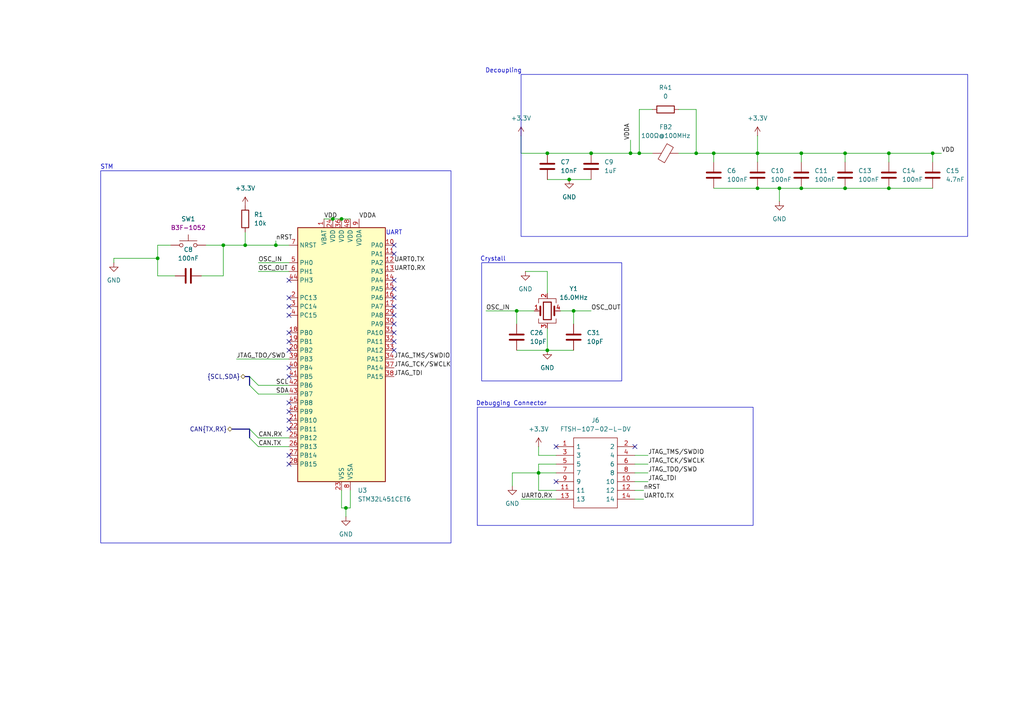
<source format=kicad_sch>
(kicad_sch (version 20250114) (generator "eeschema") (generator_version "9.0")
  (paper "A4")
  (title_block (date "2025-10-21") (company "Giacomo Raggi"))
  (lib_symbols
    (symbol "#dzdb:g_cap/C-100n-0603" (pin_numbers (hide yes)) (pin_names (offset 0.254))
      (property "Reference" "C" (at 0.635 2.54 0))
      (property "Value" "100nF" (at 0.635 -2.54 0))
      (symbol "g_cap/C-100n-0603_0_1"
        (polyline (pts (xy -2.032 0.762) (xy 2.032 0.762)) (stroke (width 0.508)))
        (polyline (pts (xy -2.032 -0.762) (xy 2.032 -0.762)) (stroke (width 0.508)))
      )
      (symbol "g_cap/C-100n-0603_1_1"
        (pin passive line (at 0 3.81 270) (length 2.794) (name "~") (number "1"))
        (pin passive line (at 0 -3.81 90) (length 2.794) (name "~") (number "2"))
      )
    )
    (symbol "#dzdb:g_cap/C-10n-0603" (pin_numbers (hide yes)) (pin_names (offset 0.254))
      (property "Reference" "C" (at 0.635 2.54 0))
      (property "Value" "10nF" (at 0.635 -2.54 0))
      (symbol "g_cap/C-10n-0603_0_1"
        (polyline (pts (xy -2.032 0.762) (xy 2.032 0.762)) (stroke (width 0.508)))
        (polyline (pts (xy -2.032 -0.762) (xy 2.032 -0.762)) (stroke (width 0.508)))
      )
      (symbol "g_cap/C-10n-0603_1_1"
        (pin passive line (at 0 3.81 270) (length 2.794) (name "~") (number "1"))
        (pin passive line (at 0 -3.81 90) (length 2.794) (name "~") (number "2"))
      )
    )
    (symbol "#dzdb:g_cap/C-10p-0603" (pin_numbers (hide yes)) (pin_names (offset 0.254))
      (property "Reference" "C" (at 0.635 2.54 0))
      (property "Value" "10pF" (at 0.635 -2.54 0))
      (symbol "g_cap/C-10p-0603_0_1"
        (polyline (pts (xy -2.032 0.762) (xy 2.032 0.762)) (stroke (width 0.508)))
        (polyline (pts (xy -2.032 -0.762) (xy 2.032 -0.762)) (stroke (width 0.508)))
      )
      (symbol "g_cap/C-10p-0603_1_1"
        (pin passive line (at 0 3.81 270) (length 2.794) (name "~") (number "1"))
        (pin passive line (at 0 -3.81 90) (length 2.794) (name "~") (number "2"))
      )
    )
    (symbol "#dzdb:g_cap/C-1u-0603" (pin_numbers (hide yes)) (pin_names (offset 0.254))
      (property "Reference" "C" (at 0.635 2.54 0))
      (property "Value" "1uF" (at 0.635 -2.54 0))
      (symbol "g_cap/C-1u-0603_0_1"
        (polyline (pts (xy -2.032 0.762) (xy 2.032 0.762)) (stroke (width 0.508)))
        (polyline (pts (xy -2.032 -0.762) (xy 2.032 -0.762)) (stroke (width 0.508)))
      )
      (symbol "g_cap/C-1u-0603_1_1"
        (pin passive line (at 0 3.81 270) (length 2.794) (name "~") (number "1"))
        (pin passive line (at 0 -3.81 90) (length 2.794) (name "~") (number "2"))
      )
    )
    (symbol "#dzdb:g_cap/C-4.7n-0603" (pin_numbers (hide yes)) (pin_names (offset 0.254))
      (property "Reference" "C" (at 0.635 2.54 0))
      (property "Value" "4.7nF" (at 0.635 -2.54 0))
      (symbol "g_cap/C-4.7n-0603_0_1"
        (polyline (pts (xy -2.032 0.762) (xy 2.032 0.762)) (stroke (width 0.508)))
        (polyline (pts (xy -2.032 -0.762) (xy 2.032 -0.762)) (stroke (width 0.508)))
      )
      (symbol "g_cap/C-4.7n-0603_1_1"
        (pin passive line (at 0 3.81 270) (length 2.794) (name "~") (number "1"))
        (pin passive line (at 0 -3.81 90) (length 2.794) (name "~") (number "2"))
      )
    )
    (symbol "#dzdb:g_res/R-0-0603" (pin_numbers (hide yes)) (pin_names (offset 0))
      (property "Reference" "R" (at 2.032 0 90))
      (property "Value" "0" (at 0 0 90))
      (symbol "g_res/R-0-0603_0_1"
        (rectangle (start -1.016 -2.54) (end 1.016 2.54) (stroke (width 0.254)))
      )
      (symbol "g_res/R-0-0603_1_1"
        (pin passive line (at 0 3.81 270) (length 1.27) (name "~") (number "1"))
        (pin passive line (at 0 -3.81 90) (length 1.27) (name "~") (number "2"))
      )
    )
    (symbol "#dzdb:g_res/R-10k-0603" (pin_numbers (hide yes)) (pin_names (offset 0))
      (property "Reference" "R" (at 2.032 0 90))
      (property "Value" "10k" (at 0 0 90))
      (symbol "g_res/R-10k-0603_0_1"
        (rectangle (start -1.016 -2.54) (end 1.016 2.54) (stroke (width 0.254)))
      )
      (symbol "g_res/R-10k-0603_1_1"
        (pin passive line (at 0 3.81 270) (length 1.27) (name "~") (number "1"))
        (pin passive line (at 0 -3.81 90) (length 1.27) (name "~") (number "2"))
      )
    )
    (symbol "#dzdb:s_clock/Y-WUERTH-830064296" (pin_names (offset 1.016) (hide yes))
      (property "Reference" "Y" (at 3.175 5.08 0))
      (property "Value" "16.0MHz" (at 3.175 3.175 0))
      (symbol "s_clock/Y-WUERTH-830064296_0_1"
        (polyline (pts (xy -2.54 2.286) (xy -2.54 3.556) (xy 2.54 3.556) (xy 2.54 2.286)))
        (polyline (pts (xy -2.54 0) (xy -2.032 0)))
        (polyline (pts (xy -2.54 -2.286) (xy -2.54 -3.556) (xy 2.54 -3.556) (xy 2.54 -2.286)))
        (polyline (pts (xy -2.032 -1.27) (xy -2.032 1.27)) (stroke (width 0.508)))
        (rectangle (start -1.143 2.54) (end 1.143 -2.54) (stroke (width 0.3048)))
        (polyline (pts (xy 0 3.556) (xy 0 3.81)))
        (polyline (pts (xy 0 -3.81) (xy 0 -3.556)))
        (polyline (pts (xy 2.032 0) (xy 2.54 0)))
        (polyline (pts (xy 2.032 -1.27) (xy 2.032 1.27)) (stroke (width 0.508)))
      )
      (symbol "s_clock/Y-WUERTH-830064296_1_1"
        (pin passive line (at -3.81 0 0) (length 1.27) (name "1") (number "1"))
        (pin passive line (at 0 5.08 270) (length 1.27) (name "2") (number "2"))
        (pin passive line (at 0 -5.08 90) (length 1.27) (name "3") (number "3"))
        (pin passive line (at 3.81 0 180) (length 1.27) (name "4") (number "4"))
      )
    )
    (symbol "#dzdb:s_con/CON-SAMTEC-FTSH-107-02-L-DV" (pin_names (offset 0.762))
      (property "Reference" "J" (at 19.05 7.62 0))
      (property "Value" "FTSH-107-02-L-DV" (at 19.05 5.08 0))
      (symbol "s_con/CON-SAMTEC-FTSH-107-02-L-DV_0_0"
        (pin passive line (at 0 0 0) (length 5.08) (name "1") (number "1"))
        (pin passive line (at 0 -2.54 0) (length 5.08) (name "3") (number "3"))
        (pin passive line (at 0 -5.08 0) (length 5.08) (name "5") (number "5"))
        (pin passive line (at 0 -7.62 0) (length 5.08) (name "7") (number "7"))
        (pin passive line (at 0 -10.16 0) (length 5.08) (name "9") (number "9"))
        (pin passive line (at 0 -12.7 0) (length 5.08) (name "11") (number "11"))
        (pin passive line (at 0 -15.24 0) (length 5.08) (name "13") (number "13"))
        (pin passive line (at 22.86 0 180) (length 5.08) (name "2") (number "2"))
        (pin passive line (at 22.86 -2.54 180) (length 5.08) (name "4") (number "4"))
        (pin passive line (at 22.86 -5.08 180) (length 5.08) (name "6") (number "6"))
        (pin passive line (at 22.86 -7.62 180) (length 5.08) (name "8") (number "8"))
        (pin passive line (at 22.86 -10.16 180) (length 5.08) (name "10") (number "10"))
        (pin passive line (at 22.86 -12.7 180) (length 5.08) (name "12") (number "12"))
        (pin passive line (at 22.86 -15.24 180) (length 5.08) (name "14") (number "14"))
      )
      (symbol "s_con/CON-SAMTEC-FTSH-107-02-L-DV_0_1"
        (polyline (pts (xy 5.08 2.54) (xy 17.78 2.54) (xy 17.78 -17.78) (xy 5.08 -17.78) (xy 5.08 2.54)) (stroke (width 0.1524)))
      )
    )
    (symbol "#dzdb:s_ind/L-MUR-BLM18SP101SN1" (pin_numbers (hide yes)) (pin_names (offset 0))
      (property "Reference" "FB" (at -3.81 0.635 90))
      (property "Value" "100Ω@100MHz" (at 3.81 0 90))
      (symbol "s_ind/L-MUR-BLM18SP101SN1_0_1"
        (polyline (pts (xy -2.7686 0.4064) (xy -1.7018 2.2606) (xy 2.7686 -0.3048) (xy 1.6764 -2.159) (xy -2.7686 0.4064)))
        (polyline (pts (xy 0 1.27) (xy 0 1.2954)))
        (polyline (pts (xy 0 -1.27) (xy 0 -1.2192)))
      )
      (symbol "s_ind/L-MUR-BLM18SP101SN1_1_1"
        (pin passive line (at 0 3.81 270) (length 2.54) (name "~") (number "1"))
        (pin passive line (at 0 -3.81 90) (length 2.54) (name "~") (number "2"))
      )
    )
    (symbol "#dzdb:s_mech/M-OMR-B3F1052" (pin_numbers (hide yes)) (pin_names (offset 1.016) (hide yes))
      (property "Reference" "SW" (at 1.27 2.54 0))
      (property "MPN" "B3F-1052" (at 0 0 0))
      (symbol "s_mech/M-OMR-B3F1052_0_1"
        (circle (center -2.032 0) (radius 0.508))
        (polyline (pts (xy 0 1.27) (xy 0 3.048)))
        (circle (center 2.032 0) (radius 0.508))
        (polyline (pts (xy 2.54 1.27) (xy -2.54 1.27)))
        (pin passive line (at -5.08 0 0) (length 2.54) (name "1") (number "1"))
        (pin passive line (at 5.08 0 180) (length 2.54) (name "2") (number "2"))
      )
    )
    (symbol "g_cap/C-100n-0603_1" (pin_numbers (hide yes)) (pin_names (offset 0.254))
      (property "Reference" "C" (at 0.635 2.54 0))
      (property "Value" "100nF" (at 0.635 -2.54 0))
      (symbol "g_cap/C-100n-0603_1_0_1"
        (polyline (pts (xy -2.032 0.762) (xy 2.032 0.762)) (stroke (width 0.508)))
        (polyline (pts (xy -2.032 -0.762) (xy 2.032 -0.762)) (stroke (width 0.508)))
      )
      (symbol "g_cap/C-100n-0603_1_1_1"
        (pin passive line (at 0 3.81 270) (length 2.794) (name "~") (number "1"))
        (pin passive line (at 0 -3.81 90) (length 2.794) (name "~") (number "2"))
      )
    )
    (symbol "power:+3.3V" (power) (pin_numbers (hide yes)) (pin_names (offset 0) (hide yes))
      (property "Value" "+3.3V" (at 0 3.556 0))
      (symbol "+3.3V_0_1"
        (polyline (pts (xy -0.762 1.27) (xy 0 2.54)))
        (polyline (pts (xy 0 2.54) (xy 0.762 1.27)))
        (polyline (pts (xy 0 0) (xy 0 2.54)))
      )
      (symbol "+3.3V_1_1"
        (pin power_in line (at 0 0 90) (length 0) (name "~") (number "1"))
      )
    )
    (symbol "power:GND" (power) (pin_numbers (hide yes)) (pin_names (offset 0) (hide yes))
      (property "Value" "GND" (at 0 -3.81 0))
      (symbol "GND_0_1"
        (polyline (pts (xy 0 0) (xy 0 -1.27) (xy 1.27 -1.27) (xy 0 -2.54) (xy -1.27 -1.27) (xy 0 -1.27)))
      )
      (symbol "GND_1_1"
        (pin power_in line (at 0 0 270) (length 0) (name "~") (number "1"))
      )
    )
    (symbol "s_mcu/M-STM-STM32L451CET6_1"
      (property "Reference" "U" (at -12.7 39.37 0))
      (property "Value" "STM32L451CET6" (at 7.62 39.37 0))
      (symbol "s_mcu/M-STM-STM32L451CET6_1_0_1"
        (rectangle (start -12.7 -35.56) (end 12.7 38.1) (stroke (width 0.254)) (fill (type background)))
      )
      (symbol "s_mcu/M-STM-STM32L451CET6_1_1_1"
        (pin input line (at -15.24 33.02 0) (length 2.54) (name "NRST") (number "7"))
        (pin bidirectional line (at -15.24 27.94 0) (length 2.54) (name "PH0") (number "5"))
        (pin bidirectional line (at -15.24 25.4 0) (length 2.54) (name "PH1") (number "6"))
        (pin bidirectional line (at -15.24 22.86 0) (length 2.54) (name "PH3") (number "44"))
        (pin bidirectional line (at -15.24 17.78 0) (length 2.54) (name "PC13") (number "2"))
        (pin bidirectional line (at -15.24 15.24 0) (length 2.54) (name "PC14") (number "3"))
        (pin bidirectional line (at -15.24 12.7 0) (length 2.54) (name "PC15") (number "4"))
        (pin bidirectional line (at -15.24 7.62 0) (length 2.54) (name "PB0") (number "18"))
        (pin bidirectional line (at -15.24 5.08 0) (length 2.54) (name "PB1") (number "19"))
        (pin bidirectional line (at -15.24 2.54 0) (length 2.54) (name "PB2") (number "20"))
        (pin bidirectional line (at -15.24 0 0) (length 2.54) (name "PB3") (number "39"))
        (pin bidirectional line (at -15.24 -2.54 0) (length 2.54) (name "PB4") (number "40"))
        (pin bidirectional line (at -15.24 -5.08 0) (length 2.54) (name "PB5") (number "41"))
        (pin bidirectional line (at -15.24 -7.62 0) (length 2.54) (name "PB6") (number "42"))
        (pin bidirectional line (at -15.24 -10.16 0) (length 2.54) (name "PB7") (number "43"))
        (pin bidirectional line (at -15.24 -12.7 0) (length 2.54) (name "PB8") (number "45"))
        (pin bidirectional line (at -15.24 -15.24 0) (length 2.54) (name "PB9") (number "46"))
        (pin bidirectional line (at -15.24 -17.78 0) (length 2.54) (name "PB10") (number "21"))
        (pin bidirectional line (at -15.24 -20.32 0) (length 2.54) (name "PB11") (number "22"))
        (pin bidirectional line (at -15.24 -22.86 0) (length 2.54) (name "PB12") (number "25"))
        (pin bidirectional line (at -15.24 -25.4 0) (length 2.54) (name "PB13") (number "26"))
        (pin bidirectional line (at -15.24 -27.94 0) (length 2.54) (name "PB14") (number "27"))
        (pin bidirectional line (at -15.24 -30.48 0) (length 2.54) (name "PB15") (number "28"))
        (pin power_in line (at -5.08 40.64 270) (length 2.54) (name "VBAT") (number "1"))
        (pin power_in line (at -2.54 40.64 270) (length 2.54) (name "VDD") (number "24"))
        (pin power_in line (at 0 40.64 270) (length 2.54) (name "VDD") (number "36"))
        (pin power_in line (at 0 -38.1 90) (length 2.54) (name "VSS") (number "23"))
        (pin passive line (at 0 -38.1 90) (length 2.54) (hide yes) (name "VSS") (number "35"))
        (pin passive line (at 0 -38.1 90) (length 2.54) (hide yes) (name "VSS") (number "47"))
        (pin power_in line (at 2.54 40.64 270) (length 2.54) (name "VDD") (number "48"))
        (pin power_in line (at 2.54 -38.1 90) (length 2.54) (name "VSSA") (number "8"))
        (pin power_in line (at 5.08 40.64 270) (length 2.54) (name "VDDA") (number "9"))
        (pin bidirectional line (at 15.24 33.02 180) (length 2.54) (name "PA0") (number "10"))
        (pin bidirectional line (at 15.24 30.48 180) (length 2.54) (name "PA1") (number "11"))
        (pin bidirectional line (at 15.24 27.94 180) (length 2.54) (name "PA2") (number "12"))
        (pin bidirectional line (at 15.24 25.4 180) (length 2.54) (name "PA3") (number "13"))
        (pin bidirectional line (at 15.24 22.86 180) (length 2.54) (name "PA4") (number "14"))
        (pin bidirectional line (at 15.24 20.32 180) (length 2.54) (name "PA5") (number "15"))
        (pin bidirectional line (at 15.24 17.78 180) (length 2.54) (name "PA6") (number "16"))
        (pin bidirectional line (at 15.24 15.24 180) (length 2.54) (name "PA7") (number "17"))
        (pin bidirectional line (at 15.24 12.7 180) (length 2.54) (name "PA8") (number "29"))
        (pin bidirectional line (at 15.24 10.16 180) (length 2.54) (name "PA9") (number "30"))
        (pin bidirectional line (at 15.24 7.62 180) (length 2.54) (name "PA10") (number "31"))
        (pin bidirectional line (at 15.24 5.08 180) (length 2.54) (name "PA11") (number "32"))
        (pin bidirectional line (at 15.24 2.54 180) (length 2.54) (name "PA12") (number "33"))
        (pin bidirectional line (at 15.24 0 180) (length 2.54) (name "PA13") (number "34"))
        (pin bidirectional line (at 15.24 -2.54 180) (length 2.54) (name "PA14") (number "37"))
        (pin bidirectional line (at 15.24 -5.08 180) (length 2.54) (name "PA15") (number "38"))
      )
    )
  )
  (rectangle (start 29.21 49.53) (end 130.81 157.48))
  (rectangle (start 139.7 76.2) (end 180.34 110.49))
  (rectangle (start 138.43 118.11) (end 218.44 152.4))
  (rectangle (start 151.13 21.59) (end 280.67 68.58))
  (text "Debugging Connector" (at 148.336 117.094 0) (effects (font (size 1.27 1.27))))
  (text "UART\n" (at 114.3 67.564 0) (effects (font (size 1.27 1.27))))
  (text "Decoupling" (at 146.05 20.574 0) (effects (font (size 1.27 1.27))))
  (text "STM" (at 30.988 48.514 0) (effects (font (size 1.27 1.27))))
  (text "Crystall\n" (at 143.002 75.184 0) (effects (font (size 1.27 1.27))))
  (junction (at 149.86 90.17))
  (junction (at 100.33 147.32))
  (junction (at 226.06 54.61))
  (junction (at 219.71 54.61))
  (junction (at 245.11 44.45))
  (junction (at 270.51 44.45))
  (junction (at 71.12 71.12))
  (junction (at 96.52 63.5))
  (junction (at 80.01 71.12))
  (junction (at 232.41 44.45))
  (junction (at 185.42 44.45))
  (junction (at 257.81 44.45))
  (junction (at 257.81 54.61))
  (junction (at 156.21 137.16))
  (junction (at 158.75 44.45))
  (junction (at 201.93 44.45))
  (junction (at 219.71 44.45))
  (junction (at 165.1 52.07))
  (junction (at 99.06 63.5))
  (junction (at 158.75 101.6))
  (junction (at 182.88 44.45))
  (junction (at 207.01 44.45))
  (junction (at 64.77 71.12))
  (junction (at 166.37 90.17))
  (junction (at 171.45 44.45))
  (junction (at 245.11 54.61))
  (junction (at 45.72 74.93))
  (junction (at 232.41 54.61))
  (no_connect (at 114.3 81.28))
  (no_connect (at 114.3 73.66))
  (no_connect (at 83.82 124.46))
  (no_connect (at 83.82 86.36))
  (no_connect (at 83.82 106.68))
  (no_connect (at 184.15 129.54))
  (no_connect (at 83.82 99.06))
  (no_connect (at 114.3 96.52))
  (no_connect (at 83.82 91.44))
  (no_connect (at 114.3 86.36))
  (no_connect (at 83.82 132.08))
  (no_connect (at 114.3 101.6))
  (no_connect (at 83.82 81.28))
  (no_connect (at 83.82 116.84))
  (no_connect (at 83.82 109.22))
  (no_connect (at 114.3 99.06))
  (no_connect (at 114.3 71.12))
  (no_connect (at 83.82 101.6))
  (no_connect (at 83.82 119.38))
  (no_connect (at 161.29 139.7))
  (no_connect (at 161.29 129.54))
  (no_connect (at 114.3 88.9))
  (no_connect (at 83.82 121.92))
  (no_connect (at 83.82 96.52))
  (no_connect (at 83.82 134.62))
  (no_connect (at 114.3 83.82))
  (no_connect (at 114.3 91.44))
  (no_connect (at 114.3 93.98))
  (no_connect (at 83.82 88.9))
  (bus_entry (at 72.39 109.22) (size 2.54 2.54))
  (bus_entry (at 72.39 111.76) (size 2.54 2.54))
  (bus_entry (at 72.39 127) (size 2.54 2.54))
  (bus_entry (at 72.39 124.46) (size 2.54 2.54))
  (wire (pts (xy 149.86 90.17) (xy 149.86 93.98)))
  (wire (pts (xy 149.86 90.17) (xy 154.94 90.17)))
  (wire (pts (xy 71.12 71.12) (xy 80.01 71.12)))
  (wire (pts (xy 68.58 104.14) (xy 83.82 104.14)))
  (wire (pts (xy 59.69 71.12) (xy 64.77 71.12)))
  (wire (pts (xy 184.15 134.62) (xy 187.96 134.62)))
  (wire (pts (xy 171.45 44.45) (xy 182.88 44.45)))
  (wire (pts (xy 184.15 142.24) (xy 186.69 142.24)))
  (wire (pts (xy 45.72 71.12) (xy 49.53 71.12)))
  (wire (pts (xy 184.15 137.16) (xy 187.96 137.16)))
  (wire (pts (xy 226.06 54.61) (xy 226.06 58.42)))
  (wire (pts (xy 232.41 54.61) (xy 245.11 54.61)))
  (wire (pts (xy 74.93 111.76) (xy 83.82 111.76)))
  (wire (pts (xy 33.02 74.93) (xy 33.02 76.2)))
  (wire (pts (xy 151.13 44.45) (xy 151.13 39.37)))
  (wire (pts (xy 226.06 54.61) (xy 232.41 54.61)))
  (wire (pts (xy 99.06 142.24) (xy 99.06 147.32)))
  (wire (pts (xy 140.97 90.17) (xy 149.86 90.17)))
  (wire (pts (xy 184.15 132.08) (xy 187.96 132.08)))
  (wire (pts (xy 185.42 31.75) (xy 185.42 44.45)))
  (wire (pts (xy 74.93 129.54) (xy 83.82 129.54)))
  (wire (pts (xy 257.81 54.61) (xy 270.51 54.61)))
  (wire (pts (xy 158.75 44.45) (xy 151.13 44.45)))
  (wire (pts (xy 33.02 74.93) (xy 45.72 74.93)))
  (wire (pts (xy 207.01 44.45) (xy 207.01 46.99)))
  (wire (pts (xy 273.05 44.45) (xy 270.51 44.45)))
  (wire (pts (xy 151.13 144.78) (xy 161.29 144.78)))
  (wire (pts (xy 45.72 74.93) (xy 45.72 71.12)))
  (wire (pts (xy 219.71 39.37) (xy 219.71 44.45)))
  (wire (pts (xy 158.75 85.09) (xy 158.75 78.74)))
  (wire (pts (xy 158.75 52.07) (xy 165.1 52.07)))
  (wire (pts (xy 257.81 44.45) (xy 257.81 46.99)))
  (wire (pts (xy 161.29 137.16) (xy 156.21 137.16)))
  (wire (pts (xy 64.77 71.12) (xy 71.12 71.12)))
  (wire (pts (xy 50.8 80.01) (xy 45.72 80.01)))
  (wire (pts (xy 232.41 44.45) (xy 232.41 46.99)))
  (wire (pts (xy 184.15 139.7) (xy 187.96 139.7)))
  (wire (pts (xy 166.37 101.6) (xy 158.75 101.6)))
  (bus (pts (xy 72.39 109.22) (xy 72.39 111.76)))
  (wire (pts (xy 74.93 76.2) (xy 83.82 76.2)))
  (wire (pts (xy 219.71 44.45) (xy 219.71 46.99)))
  (wire (pts (xy 232.41 44.45) (xy 245.11 44.45)))
  (wire (pts (xy 165.1 52.07) (xy 171.45 52.07)))
  (wire (pts (xy 64.77 80.01) (xy 58.42 80.01)))
  (wire (pts (xy 156.21 132.08) (xy 156.21 129.54)))
  (wire (pts (xy 185.42 44.45) (xy 189.23 44.45)))
  (bus (pts (xy 72.39 124.46) (xy 67.31 124.46)))
  (wire (pts (xy 74.93 78.74) (xy 83.82 78.74)))
  (wire (pts (xy 45.72 80.01) (xy 45.72 74.93)))
  (wire (pts (xy 93.98 63.5) (xy 96.52 63.5)))
  (wire (pts (xy 232.41 44.45) (xy 219.71 44.45)))
  (wire (pts (xy 101.6 147.32) (xy 101.6 142.24)))
  (wire (pts (xy 74.93 114.3) (xy 83.82 114.3)))
  (wire (pts (xy 162.56 90.17) (xy 166.37 90.17)))
  (wire (pts (xy 161.29 132.08) (xy 156.21 132.08)))
  (wire (pts (xy 270.51 44.45) (xy 270.51 46.99)))
  (wire (pts (xy 158.75 95.25) (xy 158.75 101.6)))
  (wire (pts (xy 219.71 44.45) (xy 207.01 44.45)))
  (wire (pts (xy 219.71 54.61) (xy 226.06 54.61)))
  (wire (pts (xy 80.01 71.12) (xy 83.82 71.12)))
  (bus (pts (xy 72.39 127) (xy 72.39 124.46)))
  (wire (pts (xy 101.6 147.32) (xy 100.33 147.32)))
  (wire (pts (xy 182.88 40.64) (xy 182.88 44.45)))
  (wire (pts (xy 158.75 78.74) (xy 152.4 78.74)))
  (wire (pts (xy 80.01 69.85) (xy 80.01 71.12)))
  (wire (pts (xy 171.45 44.45) (xy 158.75 44.45)))
  (wire (pts (xy 185.42 31.75) (xy 189.23 31.75)))
  (wire (pts (xy 245.11 44.45) (xy 245.11 46.99)))
  (wire (pts (xy 100.33 147.32) (xy 100.33 149.86)))
  (wire (pts (xy 201.93 44.45) (xy 201.93 31.75)))
  (wire (pts (xy 257.81 44.45) (xy 270.51 44.45)))
  (wire (pts (xy 156.21 142.24) (xy 161.29 142.24)))
  (wire (pts (xy 166.37 90.17) (xy 171.45 90.17)))
  (wire (pts (xy 245.11 54.61) (xy 257.81 54.61)))
  (bus (pts (xy 71.12 109.22) (xy 72.39 109.22)))
  (wire (pts (xy 245.11 44.45) (xy 257.81 44.45)))
  (wire (pts (xy 96.52 63.5) (xy 99.06 63.5)))
  (wire (pts (xy 156.21 134.62) (xy 156.21 137.16)))
  (wire (pts (xy 182.88 44.45) (xy 185.42 44.45)))
  (wire (pts (xy 196.85 44.45) (xy 201.93 44.45)))
  (wire (pts (xy 184.15 144.78) (xy 186.69 144.78)))
  (wire (pts (xy 201.93 31.75) (xy 196.85 31.75)))
  (wire (pts (xy 156.21 137.16) (xy 156.21 142.24)))
  (wire (pts (xy 149.86 101.6) (xy 158.75 101.6)))
  (wire (pts (xy 166.37 90.17) (xy 166.37 93.98)))
  (wire (pts (xy 148.59 140.97) (xy 148.59 137.16)))
  (wire (pts (xy 71.12 67.31) (xy 71.12 71.12)))
  (wire (pts (xy 99.06 147.32) (xy 100.33 147.32)))
  (wire (pts (xy 74.93 127) (xy 83.82 127)))
  (wire (pts (xy 207.01 44.45) (xy 201.93 44.45)))
  (wire (pts (xy 64.77 71.12) (xy 64.77 80.01)))
  (wire (pts (xy 148.59 137.16) (xy 156.21 137.16)))
  (wire (pts (xy 99.06 63.5) (xy 101.6 63.5)))
  (wire (pts (xy 161.29 134.62) (xy 156.21 134.62)))
  (wire (pts (xy 207.01 54.61) (xy 219.71 54.61)))
  (label "UART0.TX" (at 114.3 76.2 0))
  (label "UART0.RX" (at 114.3 78.74 0))
  (label "UART0.TX" (at 186.69 144.78 0))
  (label "VDDA" (at 182.88 40.64 90))
  (label "VDD" (at 273.05 44.45 0))
  (label "JTAG_TDO{slash}SWD" (at 187.96 137.16 0))
  (label "OSC_OUT" (at 74.93 78.74 0))
  (label "nRST" (at 80.01 69.85 0))
  (label "JTAG_TMS{slash}SWDIO" (at 187.96 132.08 0))
  (label "OSC_IN" (at 140.97 90.17 0))
  (label "JTAG_TDO{slash}SWD" (at 68.58 104.14 0))
  (label "JTAG_TMS{slash}SWDIO" (at 114.3 104.14 0))
  (label "CAN.RX" (at 74.93 127 0))
  (label "SDA" (at 80.01 114.3 0))
  (label "CAN.TX" (at 74.93 129.54 0))
  (label "JTAG_TCK{slash}SWCLK" (at 187.96 134.62 0))
  (label "OSC_IN" (at 74.93 76.2 0))
  (label "nRST" (at 186.69 142.24 0))
  (label "JTAG_TDI" (at 187.96 139.7 0))
  (label "UART0.RX" (at 151.13 144.78 0))
  (label "JTAG_TDI" (at 114.3 109.22 0))
  (label "OSC_OUT" (at 171.45 90.17 0))
  (label "VDD" (at 93.98 63.5 0))
  (label "VDDA" (at 104.14 63.5 0))
  (label "SCL" (at 80.01 111.76 0))
  (label "JTAG_TCK{slash}SWCLK" (at 114.3 106.68 0))
  (hierarchical_label "{SCL,SDA}" (shape bidirectional) (at 71.12 109.22 180))
  (hierarchical_label "CAN{TX,RX}" (shape bidirectional) (at 67.31 124.46 180))
  (symbol (lib_id "#dzdb:g_cap/C-100n-0603") (at 219.71 50.8 0) (unit 1)
    (property "Reference" "C10" (at 223.52 49.5299 0) (effects (justify left)))
    (property "Value" "100nF" (at 223.52 52.0699 0) (effects (justify left)))
    (property "Footprint" "Capacitor_SMD:C_0603_1608Metric" (effects (hide yes)))
    (property "Datasheet" "https://www.we-online.com/components/products/datasheet/885012206095.pdf" (effects (hide yes)))
    (property "Description" "Cap 100nF 50V 0603 C0G ±10%" (effects (hide yes)))
    (property "IPN" "C-100n-0603" (effects (hide yes)))
    (property "MPN" "885012206095" (effects (hide yes)))
    (property "Manufacturer" "Wurth Elektronik" (effects (hide yes)))
    (property "Capacitance" "100nF" (effects (hide yes)))
    (property "Voltage" "50V" (effects (hide yes)))
    (property "Material" "C0G" (effects (hide yes)))
    (property "Tolerance" "10%" (effects (hide yes)))
    (property "Supplier" "Mouser" (effects (hide yes)))
    (property "SPN" "710-885012206095" (effects (hide yes)))
    (property "LCSC" "CXXXXX" (effects (hide yes)))
    (property "Comment" "lifecycle=Active; note=Auto-generated" (effects (hide yes)))
  )
  (symbol (lib_id "power:GND") (at 148.59 140.97 0) (unit 1)
    (property "Reference" "#PWR012" (effects (hide yes)))
    (property "Value" "GND" (at 148.59 146.05 0))
    (property "Description" "Power symbol creates a global label with name \"GND\" , ground" (effects (hide yes)))
  )
  (symbol (lib_id "#dzdb:g_res/R-10k-0603") (at 71.12 63.5 0) (unit 1)
    (property "Reference" "R1" (at 73.66 62.2299 0) (effects (justify left)))
    (property "Value" "10k" (at 73.66 64.7699 0) (effects (justify left)))
    (property "Footprint" "Resistor_SMD:R_0603_1608Metric" (effects (hide yes)))
    (property "Datasheet" "https://www.we-online.com/components/products/datasheet/560112116005.pdf" (effects (hide yes)))
    (property "Description" "Thick Film Resistors - SMD WRIS-RSKS 10 kOhms 1 % 0.1 W 0603" (effects (hide yes)))
    (property "IPN" "R-10k-0603" (effects (hide yes)))
    (property "MPN" "560112116005" (effects (hide yes)))
    (property "Manufacturer" "Wurth Elektronik" (effects (hide yes)))
    (property "Resistance" "10k" (effects (hide yes)))
    (property "Power" "0.1 W" (effects (hide yes)))
    (property "Material" "Thick film" (effects (hide yes)))
    (property "Tolerance" "1 %" (effects (hide yes)))
    (property "Supplier" "Mouser" (effects (hide yes)))
    (property "SPN" "710-560112116005" (effects (hide yes)))
    (property "LCSC" "CXXXXX" (effects (hide yes)))
    (property "Comment" "lifecycle=Active; note=Auto-generated" (effects (hide yes)))
  )
  (symbol (lib_id "power:+3.3V") (at 219.71 39.37 0) (unit 1)
    (property "Reference" "#PWR032" (effects (hide yes)))
    (property "Value" "+3.3V" (at 219.71 34.29 0))
    (property "Description" "Power symbol creates a global label with name \"+3.3V\"" (effects (hide yes)))
  )
  (symbol (lib_id "#dzdb:g_cap/C-100n-0603") (at 232.41 50.8 0) (unit 1)
    (property "Reference" "C11" (at 236.22 49.5299 0) (effects (justify left)))
    (property "Value" "100nF" (at 236.22 52.0699 0) (effects (justify left)))
    (property "Footprint" "Capacitor_SMD:C_0603_1608Metric" (effects (hide yes)))
    (property "Datasheet" "https://www.we-online.com/components/products/datasheet/885012206095.pdf" (effects (hide yes)))
    (property "Description" "Cap 100nF 50V 0603 C0G ±10%" (effects (hide yes)))
    (property "IPN" "C-100n-0603" (effects (hide yes)))
    (property "MPN" "885012206095" (effects (hide yes)))
    (property "Manufacturer" "Wurth Elektronik" (effects (hide yes)))
    (property "Capacitance" "100nF" (effects (hide yes)))
    (property "Voltage" "50V" (effects (hide yes)))
    (property "Material" "C0G" (effects (hide yes)))
    (property "Tolerance" "10%" (effects (hide yes)))
    (property "Supplier" "Mouser" (effects (hide yes)))
    (property "SPN" "710-885012206095" (effects (hide yes)))
    (property "LCSC" "CXXXXX" (effects (hide yes)))
    (property "Comment" "lifecycle=Active; note=Auto-generated" (effects (hide yes)))
  )
  (symbol (lib_id "#dzdb:g_res/R-0-0603") (at 193.04 31.75 90) (unit 1)
    (property "Reference" "R41" (at 193.04 25.4 90))
    (property "Value" "0" (at 193.04 27.94 90))
    (property "Footprint" "Resistor_SMD:R_0603_1608Metric" (effects (hide yes)))
    (property "Datasheet" "https://www.vishay.com/docs/20034/rca.pdf" (effects (hide yes)))
    (property "Description" "Res 0Ω 0.1W 0603 Thick Film jumper" (effects (hide yes)))
    (property "IPN" "R-0-0603" (effects (hide yes)))
    (property "MPN" "RCA06030000ZSTA" (effects (hide yes)))
    (property "Manufacturer" "Vishay" (effects (hide yes)))
    (property "Resistance" "0" (effects (hide yes)))
    (property "Power" "0.1W" (effects (hide yes)))
    (property "Material" "Thick Film" (effects (hide yes)))
    (property "Tolerance" "–" (effects (hide yes)))
    (property "Supplier" "Mouser" (effects (hide yes)))
    (property "SPN" "594-RCA06030000ZSTA" (effects (hide yes)))
    (property "Comment" "lifecycle=Active; note=Zero-ohm jumper" (effects (hide yes)))
  )
  (symbol (lib_name "g_cap/C-100n-0603_1") (lib_id "#dzdb:g_cap/C-100n-0603") (at 54.61 80.01 270) (unit 1)
    (property "Reference" "C8" (at 54.61 72.39 90))
    (property "Value" "100nF" (at 54.61 74.93 90))
    (property "Footprint" "Capacitor_SMD:C_0603_1608Metric" (effects (hide yes)))
    (property "Datasheet" "https://www.we-online.com/components/products/datasheet/885012206095.pdf" (effects (hide yes)))
    (property "Description" "Cap 100nF 50V 0603 C0G ±10%" (effects (hide yes)))
    (property "IPN" "C-100n-0603" (effects (hide yes)))
    (property "MPN" "885012206095" (effects (hide yes)))
    (property "Manufacturer" "Wurth Elektronik" (effects (hide yes)))
    (property "Capacitance" "100nF" (effects (hide yes)))
    (property "Voltage" "50V" (effects (hide yes)))
    (property "Material" "C0G" (effects (hide yes)))
    (property "Tolerance" "10%" (effects (hide yes)))
    (property "Supplier" "Mouser" (effects (hide yes)))
    (property "SPN" "710-885012206095" (effects (hide yes)))
    (property "LCSC" "CXXXXX" (effects (hide yes)))
    (property "Comment" "lifecycle=Active; note=Auto-generated" (effects (hide yes)))
  )
  (symbol (lib_id "#dzdb:s_mech/M-OMR-B3F1052") (at 54.61 71.12 0) (unit 1)
    (property "Reference" "SW1" (at 54.61 63.5 0))
    (property "Value" "Button Switch SPST-No" (effects (hide yes)))
    (property "Footprint" "Button_Switch_THT:SW_PUSH_6mm" (effects (hide yes)))
    (property "Datasheet" "https://components.omron.com/eu-en/sites/components.omron.com.eu/files/datasheet_pdf/A070-E1.pdf" (effects (hide yes)))
    (property "Description" "Tactile Switch SPST-NO 50mA 24V Through Hole" (effects (hide yes)))
    (property "IPN" "M-OMR-B3F1052" (effects (hide yes)))
    (property "MPN" "B3F-1052" (at 54.61 66.04 0))
    (property "Manufacturer" "Omron" (effects (hide yes)))
    (property "Symbol" "Switch:SW_Push" (effects (hide yes)))
    (property "Type" "Switch" (effects (hide yes)))
    (property "Supplier" "Mouser" (effects (hide yes)))
    (property "SPN" "653-B3F-1052" (effects (hide yes)))
    (property "LCSC" "C87037" (effects (hide yes)))
    (property "Comment" "lifecycle=Active; Note=Common for breadboards; orientation=Vertical; features=Square button; actuation_force=150gf; travel=0.6mm" (effects (hide yes)))
  )
  (symbol (lib_id "power:GND") (at 158.75 101.6 0) (unit 1)
    (property "Reference" "#PWR025" (effects (hide yes)))
    (property "Value" "GND" (at 158.75 106.68 0))
    (property "Description" "Power symbol creates a global label with name \"GND\" , ground" (effects (hide yes)))
  )
  (symbol (lib_id "power:+3.3V") (at 156.21 129.54 0) (unit 1)
    (property "Reference" "#PWR0101" (effects (hide yes)))
    (property "Value" "+3.3V" (at 156.21 124.46 0))
    (property "Description" "Power symbol creates a global label with name \"+3.3V\"" (effects (hide yes)))
  )
  (symbol (lib_name "s_mcu/M-STM-STM32L451CET6_1") (lib_id "#dzdb:s_mcu/M-STM-STM32L451CET6") (at 99.06 104.14 0) (unit 1)
    (property "Reference" "U3" (at 103.7433 142.24 0) (effects (justify left)))
    (property "Value" "STM32L451CET6" (at 103.7433 144.78 0) (effects (justify left)))
    (property "Footprint" "dz_mcu:STM32L451CET6" (effects (hide yes)))
    (property "Datasheet" "https://www.st.com/resource/en/datasheet/stm32l451cc.pdf" (effects (hide yes)))
    (property "Description" "MCU 32-Bit ARM Cortex M4 80MHz LQFP48" (effects (hide yes)))
    (property "IPN" "M-STM-STM32L451CET6" (effects (hide yes)))
    (property "MPN" "STM32L451CET6" (effects (hide yes)))
    (property "Manufacturer" "STMicroelectronics" (effects (hide yes)))
    (property "Core" "Cortex-M4" (effects (hide yes)))
    (property "Flash" "512KB" (effects (hide yes)))
    (property "RAM" "160KB" (effects (hide yes)))
    (property "Freq" "80MHz" (effects (hide yes)))
    (property "Voltage" "1.71V-3.6V" (effects (hide yes)))
    (property "Pins" "38" (effects (hide yes)))
    (property "ADC" "12bit" (effects (hide yes)))
    (property "DAC" "12bit" (effects (hide yes)))
    (property "Interfaces" "I2C SPI UART USART CAN" (effects (hide yes)))
    (property "Special" "DMA RTC" (effects (hide yes)))
    (property "Package" "LQFP48" (effects (hide yes)))
    (property "Temp Range" "-40°C to 85°C" (effects (hide yes)))
    (property "Supplier" " Mouser" (effects (hide yes)))
    (property "SPN" "511-STM32L451CET6" (effects (hide yes)))
    (property "LCSC" "C5269846" (effects (hide yes)))
    (property "Comment" "lifecycle=Active" (effects (hide yes)))
  )
  (symbol (lib_id "power:GND") (at 226.06 58.42 0) (unit 1)
    (property "Reference" "#PWR031" (effects (hide yes)))
    (property "Value" "GND" (at 226.06 63.5 0))
    (property "Description" "Power symbol creates a global label with name \"GND\" , ground" (effects (hide yes)))
  )
  (symbol (lib_id "#dzdb:g_cap/C-1u-0603") (at 171.45 48.26 0) (unit 1)
    (property "Reference" "C9" (at 175.26 46.9899 0) (effects (justify left)))
    (property "Value" "1uF" (at 175.26 49.5299 0) (effects (justify left)))
    (property "Footprint" "Capacitor_SMD:C_0603_1608Metric" (effects (hide yes)))
    (property "Datasheet" "https://www.we-online.com/components/products/datasheet/885012206126.pdf" (effects (hide yes)))
    (property "Description" "Cap 1uF 50V 0603 C0G ±10%" (effects (hide yes)))
    (property "IPN" "C-1u-0603" (effects (hide yes)))
    (property "MPN" "885012206126" (effects (hide yes)))
    (property "Manufacturer" "Wurth Elektronik" (effects (hide yes)))
    (property "Capacitance" "1uF" (effects (hide yes)))
    (property "Voltage" "50V" (effects (hide yes)))
    (property "Material" "C0G" (effects (hide yes)))
    (property "Tolerance" "10%" (effects (hide yes)))
    (property "Supplier" "Mouser" (effects (hide yes)))
    (property "SPN" "710-885012206126" (effects (hide yes)))
    (property "LCSC" "CXXXXX" (effects (hide yes)))
    (property "Comment" "lifecycle=Active; note=Auto-generated" (effects (hide yes)))
  )
  (symbol (lib_id "#dzdb:g_cap/C-10n-0603") (at 158.75 48.26 0) (unit 1)
    (property "Reference" "C7" (at 162.56 46.9899 0) (effects (justify left)))
    (property "Value" "10nF" (at 162.56 49.5299 0) (effects (justify left)))
    (property "Footprint" "Capacitor_SMD:C_0603_1608Metric" (effects (hide yes)))
    (property "Datasheet" "https://www.we-online.com/components/products/datasheet/885012206089.pdf" (effects (hide yes)))
    (property "Description" "Cap 10nF 50V 0603 C0G ±10%" (effects (hide yes)))
    (property "IPN" "C-10n-0603" (effects (hide yes)))
    (property "MPN" "885012206089" (effects (hide yes)))
    (property "Manufacturer" "Wurth Elektronik" (effects (hide yes)))
    (property "Capacitance" "10nF" (effects (hide yes)))
    (property "Voltage" "50V" (effects (hide yes)))
    (property "Material" "C0G" (effects (hide yes)))
    (property "Tolerance" "10%" (effects (hide yes)))
    (property "Supplier" "Mouser" (effects (hide yes)))
    (property "SPN" "710-885012206089" (effects (hide yes)))
    (property "LCSC" "CXXXXX" (effects (hide yes)))
    (property "Comment" "lifecycle=Active; note=Auto-generated" (effects (hide yes)))
  )
  (symbol (lib_id "#dzdb:g_cap/C-10p-0603") (at 166.37 97.79 0) (unit 1)
    (property "Reference" "C31" (at 170.18 96.5199 0) (effects (justify left)))
    (property "Value" "10pF" (at 170.18 99.0599 0) (effects (justify left)))
    (property "Footprint" "Capacitor_SMD:C_0603_1608Metric" (effects (hide yes)))
    (property "Datasheet" "https://www.we-online.com/components/products/datasheet/885012006051.pdf" (effects (hide yes)))
    (property "Description" "Cap 10pF 50V 0603 C0G ±5%" (effects (hide yes)))
    (property "IPN" "C-10p-0603" (effects (hide yes)))
    (property "MPN" "885012006051" (effects (hide yes)))
    (property "Manufacturer" "Wurth Elektronik" (effects (hide yes)))
    (property "Capacitance" "10pF" (effects (hide yes)))
    (property "Voltage" "50V" (effects (hide yes)))
    (property "Material" "C0G" (effects (hide yes)))
    (property "Tolerance" "5%" (effects (hide yes)))
    (property "Supplier" "Mouser" (effects (hide yes)))
    (property "SPN" "710-885012006051" (effects (hide yes)))
    (property "LCSC" "CXXXXX" (effects (hide yes)))
    (property "Comment" "lifecycle=Active; note=Auto-generated" (effects (hide yes)))
  )
  (symbol (lib_id "#dzdb:g_cap/C-100n-0603") (at 257.81 50.8 0) (unit 1)
    (property "Reference" "C14" (at 261.62 49.5299 0) (effects (justify left)))
    (property "Value" "100nF" (at 261.62 52.0699 0) (effects (justify left)))
    (property "Footprint" "Capacitor_SMD:C_0603_1608Metric" (effects (hide yes)))
    (property "Datasheet" "https://www.we-online.com/components/products/datasheet/885012206095.pdf" (effects (hide yes)))
    (property "Description" "Cap 100nF 50V 0603 C0G ±10%" (effects (hide yes)))
    (property "IPN" "C-100n-0603" (effects (hide yes)))
    (property "MPN" "885012206095" (effects (hide yes)))
    (property "Manufacturer" "Wurth Elektronik" (effects (hide yes)))
    (property "Capacitance" "100nF" (effects (hide yes)))
    (property "Voltage" "50V" (effects (hide yes)))
    (property "Material" "C0G" (effects (hide yes)))
    (property "Tolerance" "10%" (effects (hide yes)))
    (property "Supplier" "Mouser" (effects (hide yes)))
    (property "SPN" "710-885012206095" (effects (hide yes)))
    (property "LCSC" "CXXXXX" (effects (hide yes)))
    (property "Comment" "lifecycle=Active; note=Auto-generated" (effects (hide yes)))
  )
  (symbol (lib_id "#dzdb:s_con/CON-SAMTEC-FTSH-107-02-L-DV") (at 161.29 129.54 0) (unit 1)
    (property "Reference" "J6" (at 172.72 121.92 0))
    (property "Value" "FTSH-107-02-L-DV" (at 172.72 124.46 0))
    (property "Footprint" "dz_con:FTSH-107-XX-YYY-DV" (effects (hide yes)))
    (property "Datasheet" "https://www.mouser.ch/datasheet/3/85/1/ftsh_smt.pdf" (effects (hide yes)))
    (property "Description" "14 Pin Male header smd (STLink v3)" (effects (hide yes)))
    (property "Description_1" "14 Position, High Reliability Header Strips, 0.050&quot; pitch" (effects (hide yes)))
    (property "Mouser Part Number" "200-FTSH10702LDV" (effects (hide yes)))
    (property "Mouser Price/Stock" "https://www.mouser.co.uk/ProductDetail/Samtec/FTSH-107-02-L-DV?qs=0lQeLiL1qyZs3O9B0vxzcQ%3D%3D" (effects (hide yes)))
    (property "Manufacturer_Name" "SAMTEC" (effects (hide yes)))
    (property "Manufacturer_Part_Number" "FTSH-107-02-L-DV" (effects (hide yes)))
    (property "IPN" "CON-SAMTEC-FTSH-107-02-L-DV" (effects (hide yes)))
    (property "MPN" "FTSH-107-02-L-DV" (effects (hide yes)))
    (property "Manufacturer" "Samtec" (effects (hide yes)))
    (property "Symbol" "dz_con:FTSH-107-02-L-DV" (effects (hide yes)))
    (property "Type" "Connector" (effects (hide yes)))
    (property "Pin Count" "14" (effects (hide yes)))
    (property "Pitch" "1.27mm" (effects (hide yes)))
    (property "Supplier" "Mouser" (effects (hide yes)))
    (property "SPN" "200-FTSH10702LDV" (effects (hide yes)))
    (property "Comment" "14 Pin Male header smd (STLink v3)" (effects (hide yes)))
  )
  (symbol (lib_id "#dzdb:g_cap/C-100n-0603") (at 207.01 50.8 0) (unit 1)
    (property "Reference" "C6" (at 210.82 49.5299 0) (effects (justify left)))
    (property "Value" "100nF" (at 210.82 52.0699 0) (effects (justify left)))
    (property "Footprint" "Capacitor_SMD:C_0603_1608Metric" (effects (hide yes)))
    (property "Datasheet" "https://www.we-online.com/components/products/datasheet/885012206095.pdf" (effects (hide yes)))
    (property "Description" "Cap 100nF 50V 0603 C0G ±10%" (effects (hide yes)))
    (property "IPN" "C-100n-0603" (effects (hide yes)))
    (property "MPN" "885012206095" (effects (hide yes)))
    (property "Manufacturer" "Wurth Elektronik" (effects (hide yes)))
    (property "Capacitance" "100nF" (effects (hide yes)))
    (property "Voltage" "50V" (effects (hide yes)))
    (property "Material" "C0G" (effects (hide yes)))
    (property "Tolerance" "10%" (effects (hide yes)))
    (property "Supplier" "Mouser" (effects (hide yes)))
    (property "SPN" "710-885012206095" (effects (hide yes)))
    (property "LCSC" "CXXXXX" (effects (hide yes)))
    (property "Comment" "lifecycle=Active; note=Auto-generated" (effects (hide yes)))
  )
  (symbol (lib_id "power:GND") (at 165.1 52.07 0) (unit 1)
    (property "Reference" "#PWR030" (effects (hide yes)))
    (property "Value" "GND" (at 165.1 57.15 0))
    (property "Description" "Power symbol creates a global label with name \"GND\" , ground" (effects (hide yes)))
  )
  (symbol (lib_id "power:GND") (at 152.4 78.74 0) (unit 1)
    (property "Reference" "#PWR024" (effects (hide yes)))
    (property "Value" "GND" (at 152.4 83.82 0))
    (property "Description" "Power symbol creates a global label with name \"GND\" , ground" (effects (hide yes)))
  )
  (symbol (lib_id "#dzdb:g_cap/C-10p-0603") (at 149.86 97.79 0) (unit 1)
    (property "Reference" "C26" (at 153.67 96.5199 0) (effects (justify left)))
    (property "Value" "10pF" (at 153.67 99.0599 0) (effects (justify left)))
    (property "Footprint" "Capacitor_SMD:C_0603_1608Metric" (effects (hide yes)))
    (property "Datasheet" "https://www.we-online.com/components/products/datasheet/885012006051.pdf" (effects (hide yes)))
    (property "Description" "Cap 10pF 50V 0603 C0G ±5%" (effects (hide yes)))
    (property "IPN" "C-10p-0603" (effects (hide yes)))
    (property "MPN" "885012006051" (effects (hide yes)))
    (property "Manufacturer" "Wurth Elektronik" (effects (hide yes)))
    (property "Capacitance" "10pF" (effects (hide yes)))
    (property "Voltage" "50V" (effects (hide yes)))
    (property "Material" "C0G" (effects (hide yes)))
    (property "Tolerance" "5%" (effects (hide yes)))
    (property "Supplier" "Mouser" (effects (hide yes)))
    (property "SPN" "710-885012006051" (effects (hide yes)))
    (property "LCSC" "CXXXXX" (effects (hide yes)))
    (property "Comment" "lifecycle=Active; note=Auto-generated" (effects (hide yes)))
  )
  (symbol (lib_id "power:GND") (at 33.02 76.2 0) (unit 1)
    (property "Reference" "#PWR026" (effects (hide yes)))
    (property "Value" "GND" (at 33.02 81.28 0))
    (property "Description" "Power symbol creates a global label with name \"GND\" , ground" (effects (hide yes)))
  )
  (symbol (lib_id "power:GND") (at 100.33 149.86 0) (unit 1)
    (property "Reference" "#PWR027" (effects (hide yes)))
    (property "Value" "GND" (at 100.33 154.94 0))
    (property "Description" "Power symbol creates a global label with name \"GND\" , ground" (effects (hide yes)))
  )
  (symbol (lib_id "#dzdb:s_clock/Y-WUERTH-830064296") (at 158.75 90.17 0) (unit 1)
    (property "Reference" "Y1" (at 166.37 83.7498 0))
    (property "Value" "16.0MHz" (at 166.37 86.2898 0))
    (property "Footprint" "Crystal:Crystal_SMD_3225-4Pin_3.2x2.5mm" (effects (hide yes)))
    (property "Datasheet" "https://www.mouser.ch/ProductDetail/Wurth-Elektronik/830064296?qs=2WXlatMagcHie2R9Uu0%252BSg%3D%3D" (effects (hide yes)))
    (property "Description" "CQuarze WE-XTAL 16.0MHz 20ppm 3.2 x 2.5mm" (effects (hide yes)))
    (property "IPN" "Y-WUERTH-830064296" (effects (hide yes)))
    (property "MPN" "830064296" (effects (hide yes)))
    (property "Manufacturer" "Würth Elektronik" (effects (hide yes)))
    (property "Frequency" "16.0MHz" (effects (hide yes)))
    (property "LoadCap" "8pF" (effects (hide yes)))
    (property "ESR" "70Ω" (effects (hide yes)))
    (property "Stability" "20ppm" (effects (hide yes)))
    (property "Supplier" "Mouser" (effects (hide yes)))
    (property "SPN" "710-830064296" (effects (hide yes)))
    (property "LCSC" "N/A" (effects (hide yes)))
    (property "Comment" "lifecycle=Active" (effects (hide yes)))
  )
  (symbol (lib_id "power:+3.3V") (at 71.12 59.69 0) (unit 1)
    (property "Reference" "#PWR028" (effects (hide yes)))
    (property "Value" "+3.3V" (at 71.12 54.61 0))
    (property "Description" "Power symbol creates a global label with name \"+3.3V\"" (effects (hide yes)))
  )
  (symbol (lib_id "#dzdb:g_cap/C-4.7n-0603") (at 270.51 50.8 0) (unit 1)
    (property "Reference" "C15" (at 274.32 49.5299 0) (effects (justify left)))
    (property "Value" "4.7nF" (at 274.32 52.0699 0) (effects (justify left)))
    (property "Footprint" "Capacitor_SMD:C_0603_1608Metric" (effects (hide yes)))
    (property "Datasheet" "https://www.we-online.com/components/products/datasheet/885012206087.pdf" (effects (hide yes)))
    (property "Description" "Cap 4.7nF 50V 0603 C0G ±10%" (effects (hide yes)))
    (property "IPN" "C-4.7n-0603" (effects (hide yes)))
    (property "MPN" "885012206087" (effects (hide yes)))
    (property "Manufacturer" "Wurth Elektronik" (effects (hide yes)))
    (property "Capacitance" "4.7nF" (effects (hide yes)))
    (property "Voltage" "50V" (effects (hide yes)))
    (property "Material" "C0G" (effects (hide yes)))
    (property "Tolerance" "10%" (effects (hide yes)))
    (property "Supplier" "Mouser" (effects (hide yes)))
    (property "SPN" "710-885012206087" (effects (hide yes)))
    (property "LCSC" "CXXXXX" (effects (hide yes)))
    (property "Comment" "lifecycle=Active; note=Auto-generated" (effects (hide yes)))
  )
  (symbol (lib_id "#dzdb:s_ind/L-MUR-BLM18SP101SN1") (at 193.04 44.45 270) (unit 1)
    (property "Reference" "FB2" (at 193.0908 36.83 90))
    (property "Value" "100Ω@100MHz" (at 193.0908 39.37 90))
    (property "Footprint" "Inductor_SMD:L_0603_1608Metric" (effects (hide yes)))
    (property "Datasheet" "https://www.murata.com/products/productdetail?partno=BLM18SP101SN1%23" (effects (hide yes)))
    (property "Description" "Ferrite Bead 100Ω@100MHz 40Ω@10MHz 3.7A 0603" (effects (hide yes)))
    (property "IPN" "L-MUR-BLM18SP101SN1" (effects (hide yes)))
    (property "MPN" "BLM18SP101SN1" (effects (hide yes)))
    (property "Manufacturer" "Murata" (effects (hide yes)))
    (property "Inductance" "100Ω@100MHz" (effects (hide yes)))
    (property "Current" "3.7A" (effects (hide yes)))
    (property "DCR" "0.022Ω" (effects (hide yes)))
    (property "SRF" "100MHz" (effects (hide yes)))
    (property "Type" "Ferrite Bead" (effects (hide yes)))
    (property "Core" "Ferrite" (effects (hide yes)))
    (property "Saturation" "3.7A" (effects (hide yes)))
    (property "Supplier" "Mouser" (effects (hide yes)))
    (property "SPN" "81-BLM18SP101SN1" (effects (hide yes)))
    (property "LCSC" "C3717002" (effects (hide yes)))
    (property "Comment" "lifecycle=Active; note=ferrite bead for EMI suppression in low MHZ range" (effects (hide yes)))
  )
  (symbol (lib_id "#dzdb:g_cap/C-100n-0603") (at 245.11 50.8 0) (unit 1)
    (property "Reference" "C13" (at 248.92 49.5299 0) (effects (justify left)))
    (property "Value" "100nF" (at 248.92 52.0699 0) (effects (justify left)))
    (property "Footprint" "Capacitor_SMD:C_0603_1608Metric" (effects (hide yes)))
    (property "Datasheet" "https://www.we-online.com/components/products/datasheet/885012206095.pdf" (effects (hide yes)))
    (property "Description" "Cap 100nF 50V 0603 C0G ±10%" (effects (hide yes)))
    (property "IPN" "C-100n-0603" (effects (hide yes)))
    (property "MPN" "885012206095" (effects (hide yes)))
    (property "Manufacturer" "Wurth Elektronik" (effects (hide yes)))
    (property "Capacitance" "100nF" (effects (hide yes)))
    (property "Voltage" "50V" (effects (hide yes)))
    (property "Material" "C0G" (effects (hide yes)))
    (property "Tolerance" "10%" (effects (hide yes)))
    (property "Supplier" "Mouser" (effects (hide yes)))
    (property "SPN" "710-885012206095" (effects (hide yes)))
    (property "LCSC" "CXXXXX" (effects (hide yes)))
    (property "Comment" "lifecycle=Active; note=Auto-generated" (effects (hide yes)))
  )
  (symbol (lib_id "power:+3.3V") (at 151.13 39.37 0) (unit 1)
    (property "Reference" "#PWR029" (effects (hide yes)))
    (property "Value" "+3.3V" (at 151.13 34.29 0))
    (property "Description" "Power symbol creates a global label with name \"+3.3V\"" (effects (hide yes)))
  )
)
</source>
